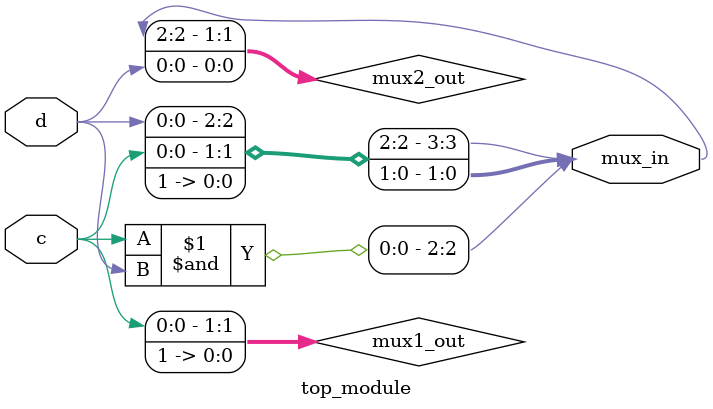
<source format=sv>
module top_module (
    input c,
    input d,
    output [3:0] mux_in
);

    wire[1:0] mux1_out;
    wire[1:0] mux2_out;

    // Implement the Karnaugh map using multiplexers
    assign mux1_out[0] = 1'b1;
    assign mux1_out[1] = c;
    assign mux2_out[0] = d;
    assign mux2_out[1] = c & d;

    assign mux_in[0] = mux1_out[0];
    assign mux_in[1] = mux1_out[1];
    assign mux_in[2] = mux2_out[1];
    assign mux_in[3] = mux2_out[0];

endmodule

</source>
